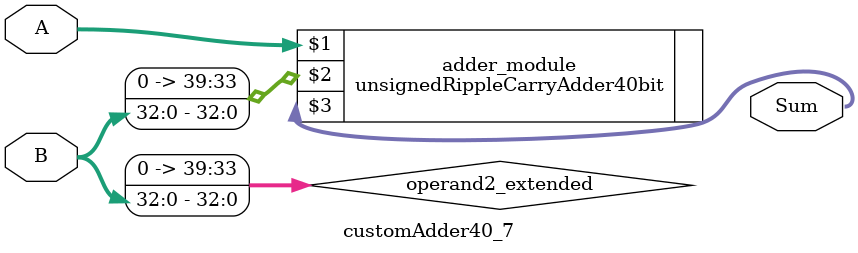
<source format=v>
module customAdder40_7(
                        input [39 : 0] A,
                        input [32 : 0] B,
                        
                        output [40 : 0] Sum
                );

        wire [39 : 0] operand2_extended;
        
        assign operand2_extended =  {7'b0, B};
        
        unsignedRippleCarryAdder40bit adder_module(
            A,
            operand2_extended,
            Sum
        );
        
        endmodule
        
</source>
